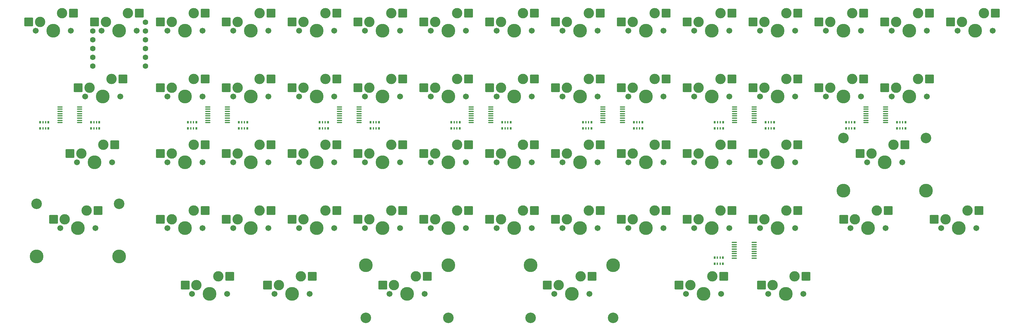
<source format=gbr>
%TF.GenerationSoftware,KiCad,Pcbnew,(7.0.0)*%
%TF.CreationDate,2023-03-29T14:48:56+09:00*%
%TF.ProjectId,HEP,4845502e-6b69-4636-9164-5f7063625858,rev?*%
%TF.SameCoordinates,Original*%
%TF.FileFunction,Soldermask,Bot*%
%TF.FilePolarity,Negative*%
%FSLAX46Y46*%
G04 Gerber Fmt 4.6, Leading zero omitted, Abs format (unit mm)*
G04 Created by KiCad (PCBNEW (7.0.0)) date 2023-03-29 14:48:56*
%MOMM*%
%LPD*%
G01*
G04 APERTURE LIST*
G04 Aperture macros list*
%AMRoundRect*
0 Rectangle with rounded corners*
0 $1 Rounding radius*
0 $2 $3 $4 $5 $6 $7 $8 $9 X,Y pos of 4 corners*
0 Add a 4 corners polygon primitive as box body*
4,1,4,$2,$3,$4,$5,$6,$7,$8,$9,$2,$3,0*
0 Add four circle primitives for the rounded corners*
1,1,$1+$1,$2,$3*
1,1,$1+$1,$4,$5*
1,1,$1+$1,$6,$7*
1,1,$1+$1,$8,$9*
0 Add four rect primitives between the rounded corners*
20,1,$1+$1,$2,$3,$4,$5,0*
20,1,$1+$1,$4,$5,$6,$7,0*
20,1,$1+$1,$6,$7,$8,$9,0*
20,1,$1+$1,$8,$9,$2,$3,0*%
G04 Aperture macros list end*
%ADD10C,3.000000*%
%ADD11C,3.987800*%
%ADD12C,1.701800*%
%ADD13RoundRect,0.200000X-1.075000X-1.050000X1.075000X-1.050000X1.075000X1.050000X-1.075000X1.050000X0*%
%ADD14C,3.048000*%
%ADD15RoundRect,0.100000X-0.637500X-0.100000X0.637500X-0.100000X0.637500X0.100000X-0.637500X0.100000X0*%
%ADD16R,0.500000X0.800000*%
%ADD17R,0.400000X0.800000*%
%ADD18C,1.600000*%
G04 APERTURE END LIST*
D10*
%TO.C,SW57*%
X210502500Y-109378750D03*
D11*
X214312500Y-111918750D03*
D12*
X219392500Y-111918750D03*
D10*
X216852500Y-106838750D03*
D12*
X209232500Y-111918750D03*
D13*
X207227500Y-109378750D03*
X220154500Y-106838750D03*
D14*
X202374500Y-118903750D03*
X226250500Y-118903750D03*
D11*
X202374500Y-103663750D03*
X226250500Y-103663750D03*
%TD*%
D13*
%TO.C,SW56*%
X332073250Y-87788750D03*
X319146250Y-90328750D03*
D12*
X321151250Y-92868750D03*
D10*
X328771250Y-87788750D03*
D12*
X331311250Y-92868750D03*
D11*
X326231250Y-92868750D03*
D10*
X322421250Y-90328750D03*
%TD*%
%TO.C,SW55*%
X308133750Y-52228750D03*
D11*
X311943750Y-54768750D03*
D12*
X317023750Y-54768750D03*
D10*
X314483750Y-49688750D03*
D12*
X306863750Y-54768750D03*
D13*
X304858750Y-52228750D03*
X317785750Y-49688750D03*
%TD*%
D10*
%TO.C,SW54*%
X327183750Y-33178750D03*
D11*
X330993750Y-35718750D03*
D12*
X336073750Y-35718750D03*
D10*
X333533750Y-30638750D03*
D12*
X325913750Y-35718750D03*
D13*
X323908750Y-33178750D03*
X336835750Y-30638750D03*
%TD*%
D10*
%TO.C,SW53*%
X308133750Y-33178750D03*
D11*
X311943750Y-35718750D03*
D12*
X317023750Y-35718750D03*
D10*
X314483750Y-30638750D03*
D12*
X306863750Y-35718750D03*
D13*
X304858750Y-33178750D03*
X317785750Y-30638750D03*
%TD*%
D10*
%TO.C,SW52*%
X296227500Y-90328750D03*
D11*
X300037500Y-92868750D03*
D12*
X305117500Y-92868750D03*
D10*
X302577500Y-87788750D03*
D12*
X294957500Y-92868750D03*
D13*
X292952500Y-90328750D03*
X305879500Y-87788750D03*
%TD*%
D10*
%TO.C,SW51*%
X300990000Y-71278750D03*
D11*
X304800000Y-73818750D03*
D12*
X309880000Y-73818750D03*
D10*
X307340000Y-68738750D03*
D12*
X299720000Y-73818750D03*
D13*
X297715000Y-71278750D03*
X310642000Y-68738750D03*
D14*
X292862000Y-66833750D03*
X316738000Y-66833750D03*
D11*
X292862000Y-82073750D03*
X316738000Y-82073750D03*
%TD*%
D13*
%TO.C,SW48*%
X279685750Y-87788750D03*
X266758750Y-90328750D03*
D12*
X268763750Y-92868750D03*
D10*
X276383750Y-87788750D03*
D12*
X278923750Y-92868750D03*
D11*
X273843750Y-92868750D03*
D10*
X270033750Y-90328750D03*
%TD*%
D13*
%TO.C,SW47*%
X279685750Y-68738750D03*
X266758750Y-71278750D03*
D12*
X268763750Y-73818750D03*
D10*
X276383750Y-68738750D03*
D12*
X278923750Y-73818750D03*
D11*
X273843750Y-73818750D03*
D10*
X270033750Y-71278750D03*
%TD*%
%TO.C,SW8*%
X67627500Y-90328750D03*
D11*
X71437500Y-92868750D03*
D12*
X76517500Y-92868750D03*
D10*
X73977500Y-87788750D03*
D12*
X66357500Y-92868750D03*
D13*
X64352500Y-90328750D03*
X77279500Y-87788750D03*
D14*
X59499500Y-85883750D03*
X83375500Y-85883750D03*
D11*
X59499500Y-101123750D03*
X83375500Y-101123750D03*
%TD*%
D10*
%TO.C,SW7*%
X72390000Y-71278750D03*
D11*
X76200000Y-73818750D03*
D12*
X81280000Y-73818750D03*
D10*
X78740000Y-68738750D03*
D12*
X71120000Y-73818750D03*
D13*
X69115000Y-71278750D03*
X82042000Y-68738750D03*
%TD*%
D10*
%TO.C,SW6*%
X74771250Y-52228750D03*
D11*
X78581250Y-54768750D03*
D12*
X83661250Y-54768750D03*
D10*
X81121250Y-49688750D03*
D12*
X73501250Y-54768750D03*
D13*
X71496250Y-52228750D03*
X84423250Y-49688750D03*
%TD*%
D10*
%TO.C,SW4*%
X162877500Y-109378750D03*
D11*
X166687500Y-111918750D03*
D12*
X171767500Y-111918750D03*
D10*
X169227500Y-106838750D03*
D12*
X161607500Y-111918750D03*
D13*
X159602500Y-109378750D03*
X172529500Y-106838750D03*
D14*
X154749500Y-118903750D03*
X178625500Y-118903750D03*
D11*
X154749500Y-103663750D03*
X178625500Y-103663750D03*
%TD*%
D10*
%TO.C,SW3*%
X129540000Y-109378750D03*
D11*
X133350000Y-111918750D03*
D12*
X138430000Y-111918750D03*
D10*
X135890000Y-106838750D03*
D12*
X128270000Y-111918750D03*
D13*
X126265000Y-109378750D03*
X139192000Y-106838750D03*
%TD*%
D10*
%TO.C,SW2*%
X105727500Y-109378750D03*
D11*
X109537500Y-111918750D03*
D12*
X114617500Y-111918750D03*
D10*
X112077500Y-106838750D03*
D12*
X104457500Y-111918750D03*
D13*
X102452500Y-109378750D03*
X115379500Y-106838750D03*
%TD*%
D12*
%TO.C,SW30*%
X192563750Y-54768750D03*
D10*
X193833750Y-52228750D03*
D11*
X197643750Y-54768750D03*
D10*
X200183750Y-49688750D03*
D12*
X202723750Y-54768750D03*
D13*
X190558750Y-52228750D03*
X203485750Y-49688750D03*
%TD*%
D12*
%TO.C,SW34*%
X211613750Y-54768750D03*
D10*
X212883750Y-52228750D03*
D11*
X216693750Y-54768750D03*
D10*
X219233750Y-49688750D03*
D12*
X221773750Y-54768750D03*
D13*
X209608750Y-52228750D03*
X222535750Y-49688750D03*
%TD*%
%TO.C,SW45*%
X279685750Y-30638750D03*
X266758750Y-33178750D03*
D12*
X278923750Y-35718750D03*
D10*
X276383750Y-30638750D03*
D11*
X273843750Y-35718750D03*
D10*
X270033750Y-33178750D03*
D12*
X268763750Y-35718750D03*
%TD*%
%TO.C,SW40*%
X230663750Y-92868750D03*
D10*
X231933750Y-90328750D03*
D11*
X235743750Y-92868750D03*
D10*
X238283750Y-87788750D03*
D12*
X240823750Y-92868750D03*
D13*
X228658750Y-90328750D03*
X241585750Y-87788750D03*
%TD*%
D12*
%TO.C,SW27*%
X173513750Y-73818750D03*
D10*
X174783750Y-71278750D03*
D11*
X178593750Y-73818750D03*
D10*
X181133750Y-68738750D03*
D12*
X183673750Y-73818750D03*
D13*
X171508750Y-71278750D03*
X184435750Y-68738750D03*
%TD*%
D12*
%TO.C,SW25*%
X173513750Y-35718750D03*
D10*
X174783750Y-33178750D03*
D11*
X178593750Y-35718750D03*
D10*
X181133750Y-30638750D03*
D12*
X183673750Y-35718750D03*
D13*
X171508750Y-33178750D03*
X184435750Y-30638750D03*
%TD*%
D12*
%TO.C,SW39*%
X230663750Y-73818750D03*
D10*
X231933750Y-71278750D03*
D11*
X235743750Y-73818750D03*
D10*
X238283750Y-68738750D03*
D12*
X240823750Y-73818750D03*
D13*
X228658750Y-71278750D03*
X241585750Y-68738750D03*
%TD*%
D12*
%TO.C,SW16*%
X116363750Y-92868750D03*
D10*
X117633750Y-90328750D03*
D11*
X121443750Y-92868750D03*
D10*
X123983750Y-87788750D03*
D12*
X126523750Y-92868750D03*
D13*
X114358750Y-90328750D03*
X127285750Y-87788750D03*
%TD*%
D12*
%TO.C,SW38*%
X230663750Y-54768750D03*
D10*
X231933750Y-52228750D03*
D11*
X235743750Y-54768750D03*
D10*
X238283750Y-49688750D03*
D12*
X240823750Y-54768750D03*
D13*
X228658750Y-52228750D03*
X241585750Y-49688750D03*
%TD*%
D12*
%TO.C,SW29*%
X192563750Y-35718750D03*
D10*
X193833750Y-33178750D03*
D11*
X197643750Y-35718750D03*
D10*
X200183750Y-30638750D03*
D12*
X202723750Y-35718750D03*
D13*
X190558750Y-33178750D03*
X203485750Y-30638750D03*
%TD*%
%TO.C,SW59*%
X282067000Y-106838750D03*
X269140000Y-109378750D03*
D12*
X281305000Y-111918750D03*
D10*
X278765000Y-106838750D03*
D11*
X276225000Y-111918750D03*
D10*
X272415000Y-109378750D03*
D12*
X271145000Y-111918750D03*
%TD*%
D13*
%TO.C,SW42*%
X260635750Y-49688750D03*
X247708750Y-52228750D03*
D12*
X259873750Y-54768750D03*
D10*
X257333750Y-49688750D03*
D11*
X254793750Y-54768750D03*
D10*
X250983750Y-52228750D03*
D12*
X249713750Y-54768750D03*
%TD*%
%TO.C,SW18*%
X135413750Y-54768750D03*
D10*
X136683750Y-52228750D03*
D11*
X140493750Y-54768750D03*
D10*
X143033750Y-49688750D03*
D12*
X145573750Y-54768750D03*
D13*
X133408750Y-52228750D03*
X146335750Y-49688750D03*
%TD*%
D12*
%TO.C,SW21*%
X154463750Y-35718750D03*
D10*
X155733750Y-33178750D03*
D11*
X159543750Y-35718750D03*
D10*
X162083750Y-30638750D03*
D12*
X164623750Y-35718750D03*
D13*
X152458750Y-33178750D03*
X165385750Y-30638750D03*
%TD*%
D12*
%TO.C,SW33*%
X211613750Y-35718750D03*
D10*
X212883750Y-33178750D03*
D11*
X216693750Y-35718750D03*
D10*
X219233750Y-30638750D03*
D12*
X221773750Y-35718750D03*
D13*
X209608750Y-33178750D03*
X222535750Y-30638750D03*
%TD*%
D12*
%TO.C,SW49*%
X287813750Y-35718750D03*
D10*
X289083750Y-33178750D03*
D11*
X292893750Y-35718750D03*
D10*
X295433750Y-30638750D03*
D12*
X297973750Y-35718750D03*
D13*
X285808750Y-33178750D03*
X298735750Y-30638750D03*
%TD*%
D12*
%TO.C,SW31*%
X192563750Y-73818750D03*
D10*
X193833750Y-71278750D03*
D11*
X197643750Y-73818750D03*
D10*
X200183750Y-68738750D03*
D12*
X202723750Y-73818750D03*
D13*
X190558750Y-71278750D03*
X203485750Y-68738750D03*
%TD*%
D12*
%TO.C,SW11*%
X97313750Y-73818750D03*
D10*
X98583750Y-71278750D03*
D11*
X102393750Y-73818750D03*
D10*
X104933750Y-68738750D03*
D12*
X107473750Y-73818750D03*
D13*
X95308750Y-71278750D03*
X108235750Y-68738750D03*
%TD*%
%TO.C,SW41*%
X260635750Y-30638750D03*
X247708750Y-33178750D03*
D12*
X259873750Y-35718750D03*
D10*
X257333750Y-30638750D03*
D11*
X254793750Y-35718750D03*
D10*
X250983750Y-33178750D03*
D12*
X249713750Y-35718750D03*
%TD*%
%TO.C,SW12*%
X97313750Y-92868750D03*
D10*
X98583750Y-90328750D03*
D11*
X102393750Y-92868750D03*
D10*
X104933750Y-87788750D03*
D12*
X107473750Y-92868750D03*
D13*
X95308750Y-90328750D03*
X108235750Y-87788750D03*
%TD*%
D12*
%TO.C,SW1*%
X59213750Y-35718750D03*
D10*
X60483750Y-33178750D03*
D11*
X64293750Y-35718750D03*
D10*
X66833750Y-30638750D03*
D12*
X69373750Y-35718750D03*
D13*
X57208750Y-33178750D03*
X70135750Y-30638750D03*
%TD*%
%TO.C,SW46*%
X279685750Y-49688750D03*
X266758750Y-52228750D03*
D12*
X278923750Y-54768750D03*
D10*
X276383750Y-49688750D03*
D11*
X273843750Y-54768750D03*
D10*
X270033750Y-52228750D03*
D12*
X268763750Y-54768750D03*
%TD*%
%TO.C,SW14*%
X116363750Y-54768750D03*
D10*
X117633750Y-52228750D03*
D11*
X121443750Y-54768750D03*
D10*
X123983750Y-49688750D03*
D12*
X126523750Y-54768750D03*
D13*
X114358750Y-52228750D03*
X127285750Y-49688750D03*
%TD*%
D12*
%TO.C,SW10*%
X97313750Y-54768750D03*
D10*
X98583750Y-52228750D03*
D11*
X102393750Y-54768750D03*
D10*
X104933750Y-49688750D03*
D12*
X107473750Y-54768750D03*
D13*
X95308750Y-52228750D03*
X108235750Y-49688750D03*
%TD*%
D12*
%TO.C,SW58*%
X247332500Y-111918750D03*
D10*
X248602500Y-109378750D03*
D11*
X252412500Y-111918750D03*
D10*
X254952500Y-106838750D03*
D12*
X257492500Y-111918750D03*
D13*
X245327500Y-109378750D03*
X258254500Y-106838750D03*
%TD*%
D12*
%TO.C,SW17*%
X135413750Y-35718750D03*
D10*
X136683750Y-33178750D03*
D11*
X140493750Y-35718750D03*
D10*
X143033750Y-30638750D03*
D12*
X145573750Y-35718750D03*
D13*
X133408750Y-33178750D03*
X146335750Y-30638750D03*
%TD*%
D12*
%TO.C,SW26*%
X173513750Y-54768750D03*
D10*
X174783750Y-52228750D03*
D11*
X178593750Y-54768750D03*
D10*
X181133750Y-49688750D03*
D12*
X183673750Y-54768750D03*
D13*
X171508750Y-52228750D03*
X184435750Y-49688750D03*
%TD*%
D12*
%TO.C,SW15*%
X116363750Y-73818750D03*
D10*
X117633750Y-71278750D03*
D11*
X121443750Y-73818750D03*
D10*
X123983750Y-68738750D03*
D12*
X126523750Y-73818750D03*
D13*
X114358750Y-71278750D03*
X127285750Y-68738750D03*
%TD*%
D12*
%TO.C,SW36*%
X211613750Y-92868750D03*
D10*
X212883750Y-90328750D03*
D11*
X216693750Y-92868750D03*
D10*
X219233750Y-87788750D03*
D12*
X221773750Y-92868750D03*
D13*
X209608750Y-90328750D03*
X222535750Y-87788750D03*
%TD*%
%TO.C,SW44*%
X260635750Y-87788750D03*
X247708750Y-90328750D03*
D12*
X259873750Y-92868750D03*
D10*
X257333750Y-87788750D03*
D11*
X254793750Y-92868750D03*
D10*
X250983750Y-90328750D03*
D12*
X249713750Y-92868750D03*
%TD*%
%TO.C,SW23*%
X154463750Y-73818750D03*
D10*
X155733750Y-71278750D03*
D11*
X159543750Y-73818750D03*
D10*
X162083750Y-68738750D03*
D12*
X164623750Y-73818750D03*
D13*
X152458750Y-71278750D03*
X165385750Y-68738750D03*
%TD*%
D12*
%TO.C,SW9*%
X97313750Y-35718750D03*
D10*
X98583750Y-33178750D03*
D11*
X102393750Y-35718750D03*
D10*
X104933750Y-30638750D03*
D12*
X107473750Y-35718750D03*
D13*
X95308750Y-33178750D03*
X108235750Y-30638750D03*
%TD*%
D12*
%TO.C,SW37*%
X230663750Y-35718750D03*
D10*
X231933750Y-33178750D03*
D11*
X235743750Y-35718750D03*
D10*
X238283750Y-30638750D03*
D12*
X240823750Y-35718750D03*
D13*
X228658750Y-33178750D03*
X241585750Y-30638750D03*
%TD*%
D12*
%TO.C,SW5*%
X78263750Y-35718750D03*
D10*
X79533750Y-33178750D03*
D11*
X83343750Y-35718750D03*
D10*
X85883750Y-30638750D03*
D12*
X88423750Y-35718750D03*
D13*
X76258750Y-33178750D03*
X89185750Y-30638750D03*
%TD*%
D12*
%TO.C,SW22*%
X154463750Y-54768750D03*
D10*
X155733750Y-52228750D03*
D11*
X159543750Y-54768750D03*
D10*
X162083750Y-49688750D03*
D12*
X164623750Y-54768750D03*
D13*
X152458750Y-52228750D03*
X165385750Y-49688750D03*
%TD*%
D12*
%TO.C,SW19*%
X135413750Y-73818750D03*
D10*
X136683750Y-71278750D03*
D11*
X140493750Y-73818750D03*
D10*
X143033750Y-68738750D03*
D12*
X145573750Y-73818750D03*
D13*
X133408750Y-71278750D03*
X146335750Y-68738750D03*
%TD*%
%TO.C,SW43*%
X260635750Y-68738750D03*
X247708750Y-71278750D03*
D12*
X259873750Y-73818750D03*
D10*
X257333750Y-68738750D03*
D11*
X254793750Y-73818750D03*
D10*
X250983750Y-71278750D03*
D12*
X249713750Y-73818750D03*
%TD*%
%TO.C,SW24*%
X154463750Y-92868750D03*
D10*
X155733750Y-90328750D03*
D11*
X159543750Y-92868750D03*
D10*
X162083750Y-87788750D03*
D12*
X164623750Y-92868750D03*
D13*
X152458750Y-90328750D03*
X165385750Y-87788750D03*
%TD*%
D12*
%TO.C,SW35*%
X211613750Y-73818750D03*
D10*
X212883750Y-71278750D03*
D11*
X216693750Y-73818750D03*
D10*
X219233750Y-68738750D03*
D12*
X221773750Y-73818750D03*
D13*
X209608750Y-71278750D03*
X222535750Y-68738750D03*
%TD*%
D12*
%TO.C,SW13*%
X116363750Y-35718750D03*
D10*
X117633750Y-33178750D03*
D11*
X121443750Y-35718750D03*
D10*
X123983750Y-30638750D03*
D12*
X126523750Y-35718750D03*
D13*
X114358750Y-33178750D03*
X127285750Y-30638750D03*
%TD*%
D12*
%TO.C,SW32*%
X192563750Y-92868750D03*
D10*
X193833750Y-90328750D03*
D11*
X197643750Y-92868750D03*
D10*
X200183750Y-87788750D03*
D12*
X202723750Y-92868750D03*
D13*
X190558750Y-90328750D03*
X203485750Y-87788750D03*
%TD*%
%TO.C,SW50*%
X298735750Y-49688750D03*
X285808750Y-52228750D03*
D12*
X297973750Y-54768750D03*
D10*
X295433750Y-49688750D03*
D11*
X292893750Y-54768750D03*
D10*
X289083750Y-52228750D03*
D12*
X287813750Y-54768750D03*
%TD*%
%TO.C,SW20*%
X135413750Y-92868750D03*
D10*
X136683750Y-90328750D03*
D11*
X140493750Y-92868750D03*
D10*
X143033750Y-87788750D03*
D12*
X145573750Y-92868750D03*
D13*
X133408750Y-90328750D03*
X146335750Y-87788750D03*
%TD*%
D12*
%TO.C,SW28*%
X173513750Y-92868750D03*
D10*
X174783750Y-90328750D03*
D11*
X178593750Y-92868750D03*
D10*
X181133750Y-87788750D03*
D12*
X183673750Y-92868750D03*
D13*
X171508750Y-90328750D03*
X184435750Y-87788750D03*
%TD*%
D15*
%TO.C,U6*%
X267081250Y-62377750D03*
X267081250Y-61727750D03*
X267081250Y-61077750D03*
X267081250Y-60427750D03*
X267081250Y-59777750D03*
X267081250Y-59127750D03*
X267081250Y-58477750D03*
X267081250Y-57827750D03*
X261356250Y-57827750D03*
X261356250Y-58477750D03*
X261356250Y-59127750D03*
X261356250Y-59777750D03*
X261356250Y-60427750D03*
X261356250Y-61077750D03*
X261356250Y-61727750D03*
X261356250Y-62377750D03*
%TD*%
%TO.C,U8*%
X261334250Y-101594750D03*
X261334250Y-100944750D03*
X261334250Y-100294750D03*
X261334250Y-99644750D03*
X261334250Y-98994750D03*
X261334250Y-98344750D03*
X261334250Y-97694750D03*
X261334250Y-97044750D03*
X267059250Y-97044750D03*
X267059250Y-97694750D03*
X267059250Y-98344750D03*
X267059250Y-98994750D03*
X267059250Y-99644750D03*
X267059250Y-100294750D03*
X267059250Y-100944750D03*
X267059250Y-101594750D03*
%TD*%
D16*
%TO.C,RN12*%
X270384749Y-64050749D03*
D17*
X271184749Y-64050749D03*
X271984749Y-64050749D03*
D16*
X272784749Y-64050749D03*
X272784749Y-62250749D03*
D17*
X271984749Y-62250749D03*
X271184749Y-62250749D03*
D16*
X270384749Y-62250749D03*
%TD*%
%TO.C,RN9*%
X217552749Y-62250749D03*
D17*
X218352749Y-62250749D03*
X219152749Y-62250749D03*
D16*
X219952749Y-62250749D03*
X219952749Y-64050749D03*
D17*
X219152749Y-64050749D03*
X218352749Y-64050749D03*
D16*
X217552749Y-64050749D03*
%TD*%
D15*
%TO.C,U2*%
X108956250Y-62377750D03*
X108956250Y-61727750D03*
X108956250Y-61077750D03*
X108956250Y-60427750D03*
X108956250Y-59777750D03*
X108956250Y-59127750D03*
X108956250Y-58477750D03*
X108956250Y-57827750D03*
X114681250Y-57827750D03*
X114681250Y-58477750D03*
X114681250Y-59127750D03*
X114681250Y-59777750D03*
X114681250Y-60427750D03*
X114681250Y-61077750D03*
X114681250Y-61727750D03*
X114681250Y-62377750D03*
%TD*%
%TO.C,U1*%
X66193750Y-62377750D03*
X66193750Y-61727750D03*
X66193750Y-61077750D03*
X66193750Y-60427750D03*
X66193750Y-59777750D03*
X66193750Y-59127750D03*
X66193750Y-58477750D03*
X66193750Y-57827750D03*
X71918750Y-57827750D03*
X71918750Y-58477750D03*
X71918750Y-59127750D03*
X71918750Y-59777750D03*
X71918750Y-60427750D03*
X71918750Y-61077750D03*
X71918750Y-61727750D03*
X71918750Y-62377750D03*
%TD*%
%TO.C,U5*%
X223256250Y-62377750D03*
X223256250Y-61727750D03*
X223256250Y-61077750D03*
X223256250Y-60427750D03*
X223256250Y-59777750D03*
X223256250Y-59127750D03*
X223256250Y-58477750D03*
X223256250Y-57827750D03*
X228981250Y-57827750D03*
X228981250Y-58477750D03*
X228981250Y-59127750D03*
X228981250Y-59777750D03*
X228981250Y-60427750D03*
X228981250Y-61077750D03*
X228981250Y-61727750D03*
X228981250Y-62377750D03*
%TD*%
%TO.C,U4*%
X185156250Y-62377750D03*
X185156250Y-61727750D03*
X185156250Y-61077750D03*
X185156250Y-60427750D03*
X185156250Y-59777750D03*
X185156250Y-59127750D03*
X185156250Y-58477750D03*
X185156250Y-57827750D03*
X190881250Y-57827750D03*
X190881250Y-58477750D03*
X190881250Y-59127750D03*
X190881250Y-59777750D03*
X190881250Y-60427750D03*
X190881250Y-61077750D03*
X190881250Y-61727750D03*
X190881250Y-62377750D03*
%TD*%
D16*
%TO.C,RN4*%
X117984749Y-62250749D03*
D17*
X118784749Y-62250749D03*
X119584749Y-62250749D03*
D16*
X120384749Y-62250749D03*
X120384749Y-64050749D03*
D17*
X119584749Y-64050749D03*
X118784749Y-64050749D03*
D16*
X117984749Y-64050749D03*
%TD*%
%TO.C,RN1*%
X60490249Y-62250749D03*
D17*
X61290249Y-62250749D03*
X62090249Y-62250749D03*
D16*
X62890249Y-62250749D03*
X62890249Y-64050749D03*
D17*
X62090249Y-64050749D03*
X61290249Y-64050749D03*
D16*
X60490249Y-64050749D03*
%TD*%
%TO.C,RN8*%
X194184749Y-62250749D03*
D17*
X194984749Y-62250749D03*
X195784749Y-62250749D03*
D16*
X196584749Y-62250749D03*
X196584749Y-64050749D03*
D17*
X195784749Y-64050749D03*
X194984749Y-64050749D03*
D16*
X194184749Y-64050749D03*
%TD*%
%TO.C,RN10*%
X232284749Y-62250749D03*
D17*
X233084749Y-62250749D03*
X233884749Y-62250749D03*
D16*
X234684749Y-62250749D03*
X234684749Y-64050749D03*
D17*
X233884749Y-64050749D03*
X233084749Y-64050749D03*
D16*
X232284749Y-64050749D03*
%TD*%
%TO.C,RN7*%
X179452749Y-62250749D03*
D17*
X180252749Y-62250749D03*
X181052749Y-62250749D03*
D16*
X181852749Y-62250749D03*
X181852749Y-64050749D03*
D17*
X181052749Y-64050749D03*
X180252749Y-64050749D03*
D16*
X179452749Y-64050749D03*
%TD*%
%TO.C,RN6*%
X156084749Y-62250749D03*
D17*
X156884749Y-62250749D03*
X157684749Y-62250749D03*
D16*
X158484749Y-62250749D03*
X158484749Y-64050749D03*
D17*
X157684749Y-64050749D03*
X156884749Y-64050749D03*
D16*
X156084749Y-64050749D03*
%TD*%
D18*
%TO.C,U9*%
X75723750Y-35878750D03*
X75723750Y-38418750D03*
X75723750Y-40958750D03*
X75723750Y-43498750D03*
X75723750Y-46038750D03*
X90963750Y-46038750D03*
X90963750Y-43498750D03*
X90963750Y-40958750D03*
X90963750Y-38418750D03*
X90963750Y-35878750D03*
X90963750Y-33338750D03*
%TD*%
D15*
%TO.C,U3*%
X147056250Y-62377750D03*
X147056250Y-61727750D03*
X147056250Y-61077750D03*
X147056250Y-60427750D03*
X147056250Y-59777750D03*
X147056250Y-59127750D03*
X147056250Y-58477750D03*
X147056250Y-57827750D03*
X152781250Y-57827750D03*
X152781250Y-58477750D03*
X152781250Y-59127750D03*
X152781250Y-59777750D03*
X152781250Y-60427750D03*
X152781250Y-61077750D03*
X152781250Y-61727750D03*
X152781250Y-62377750D03*
%TD*%
D16*
%TO.C,RN5*%
X141352749Y-62250749D03*
D17*
X142152749Y-62250749D03*
X142952749Y-62250749D03*
D16*
X143752749Y-62250749D03*
X143752749Y-64050749D03*
D17*
X142952749Y-64050749D03*
X142152749Y-64050749D03*
D16*
X141352749Y-64050749D03*
%TD*%
D15*
%TO.C,U7*%
X299387750Y-62377750D03*
X299387750Y-61727750D03*
X299387750Y-61077750D03*
X299387750Y-60427750D03*
X299387750Y-59777750D03*
X299387750Y-59127750D03*
X299387750Y-58477750D03*
X299387750Y-57827750D03*
X305112750Y-57827750D03*
X305112750Y-58477750D03*
X305112750Y-59127750D03*
X305112750Y-59777750D03*
X305112750Y-60427750D03*
X305112750Y-61077750D03*
X305112750Y-61727750D03*
X305112750Y-62377750D03*
%TD*%
D16*
%TO.C,RN2*%
X75222249Y-62250749D03*
D17*
X76022249Y-62250749D03*
X76822249Y-62250749D03*
D16*
X77622249Y-62250749D03*
X77622249Y-64050749D03*
D17*
X76822249Y-64050749D03*
X76022249Y-64050749D03*
D16*
X75222249Y-64050749D03*
%TD*%
%TO.C,RN14*%
X308416249Y-62250749D03*
D17*
X309216249Y-62250749D03*
X310016249Y-62250749D03*
D16*
X310816249Y-62250749D03*
X310816249Y-64050749D03*
D17*
X310016249Y-64050749D03*
X309216249Y-64050749D03*
D16*
X308416249Y-64050749D03*
%TD*%
%TO.C,RN11*%
X255652749Y-64050749D03*
D17*
X256452749Y-64050749D03*
X257252749Y-64050749D03*
D16*
X258052749Y-64050749D03*
X258052749Y-62250749D03*
D17*
X257252749Y-62250749D03*
X256452749Y-62250749D03*
D16*
X255652749Y-62250749D03*
%TD*%
%TO.C,RN15*%
X255630749Y-101467749D03*
D17*
X256430749Y-101467749D03*
X257230749Y-101467749D03*
D16*
X258030749Y-101467749D03*
X258030749Y-103267749D03*
D17*
X257230749Y-103267749D03*
X256430749Y-103267749D03*
D16*
X255630749Y-103267749D03*
%TD*%
%TO.C,RN13*%
X293684249Y-62250749D03*
D17*
X294484249Y-62250749D03*
X295284249Y-62250749D03*
D16*
X296084249Y-62250749D03*
X296084249Y-64050749D03*
D17*
X295284249Y-64050749D03*
X294484249Y-64050749D03*
D16*
X293684249Y-64050749D03*
%TD*%
%TO.C,RN3*%
X103252749Y-62250749D03*
D17*
X104052749Y-62250749D03*
X104852749Y-62250749D03*
D16*
X105652749Y-62250749D03*
X105652749Y-64050749D03*
D17*
X104852749Y-64050749D03*
X104052749Y-64050749D03*
D16*
X103252749Y-64050749D03*
%TD*%
M02*

</source>
